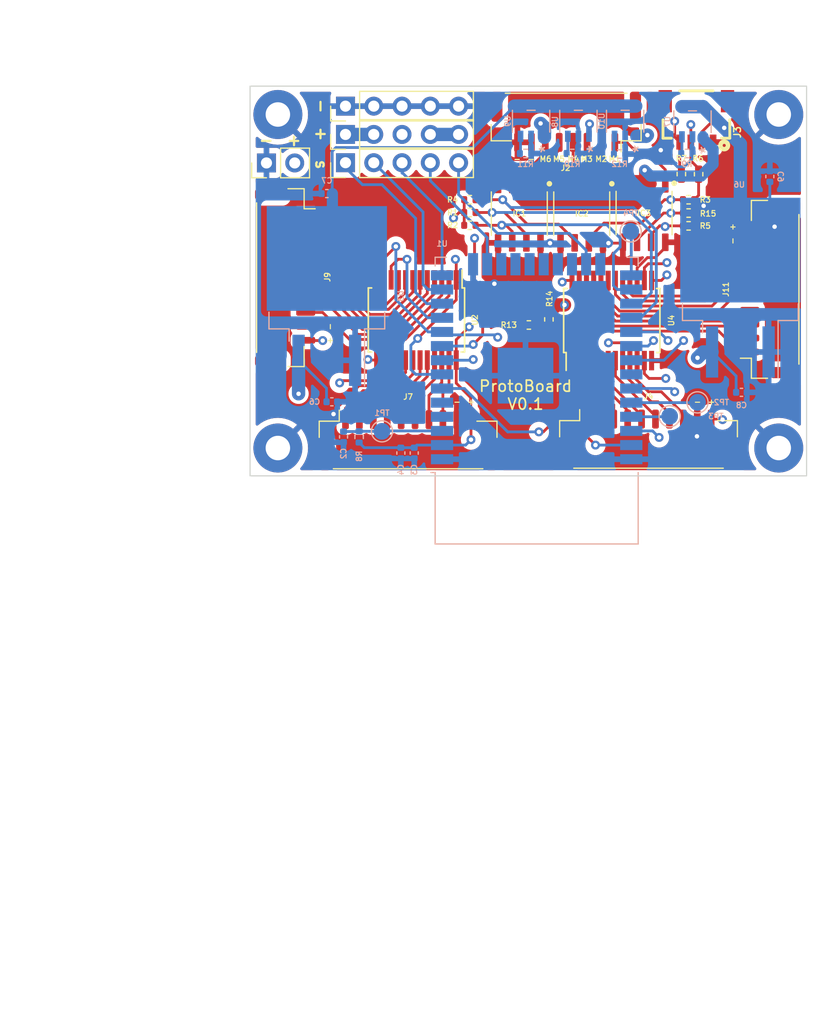
<source format=kicad_pcb>
(kicad_pcb (version 20211014) (generator pcbnew)
  (layers (0 "F.Cu" signal) (1 "In1.Cu" signal) (2 "In2.Cu" signal) (31 "B.Cu" signal) (34 "B.Paste" user) (35 "F.Paste" user) (36 "B.SilkS" user "B.Silkscreen") (37 "F.SilkS" user "F.Silkscreen") (38 "B.Mask" user) (39 "F.Mask" user) (44 "Edge.Cuts" user))
  (net 0 "")
  (net 1 "GND")
  (net 2 "+3V3")
  (net 3 "+BATT")
  (net 4 "+5V")
  (net 5 "/M5+")
  (net 6 "/M6+")
  (net 7 "/M3+")
  (net 8 "/RGB")
  (net 9 "/M4+")
  (net 10 "/M1+")
  (net 11 "/I2C_SDA")
  (net 12 "/I2C_SCL")
  (net 13 "/ButA")
  (net 14 "/ButB")
  (net 15 "/Menu")
  (net 16 "/ButJ")
  (net 17 "/ButC")
  (net 18 "/JoyX")
  (net 19 "/JoyY")
  (net 20 "/CH1")
  (net 21 "/CH2")
  (net 22 "/CH3")
  (net 23 "/CH4")
  (net 24 "/CH5")
  (net 25 "/CH6")
  (net 26 "/CH7")
  (net 27 "/CH8")
  (net 28 "/Servo1")
  (net 29 "/CH9")
  (net 30 "/CH10")
  (net 31 "/CH11")
  (net 32 "/CH12")
  (net 33 "/CH13")
  (net 34 "/CH14")
  (net 35 "/CH15")
  (net 36 "/CH16")
  (net 37 "/Servo2")
  (net 38 "/Servo3")
  (net 39 "/Servo4")
  (net 47 "/EN")
  (net 49 "/TXD0")
  (net 50 "/RXD0")
  (net 51 "/CH17")
  (net 52 "/BOOT0")
  (net 53 "/POWER3")
  (net 54 "Net-(R9-Pad2)")
  (net 55 "Net-(R10-Pad2)")
  (net 56 "Net-(R11-Pad2)")
  (net 57 "/POWER2")
  (net 58 "/POWER1")
  (net 59 "/POWER4")
  (net 60 "Net-(R12-Pad2)")
  (net 61 "/CH18")
  (net 62 "/CH19")
  (net 63 "/CH20")
  (net 64 "/CH21")
  (net 65 "/CH22")
  (net 66 "/CH23")
  (net 67 "/CH24")
  (net 68 "Net-(R13-Pad1)")
  (net 71 "/COM1")
  (net 72 "/COM2")
  (net 73 "/M2+")
  (net 74 "/SEL3")
  (net 75 "/SEL4")
  (net 76 "/SEL2")
  (net 77 "/SEL1")
  (net 78 "/Servo5")
  (net 79 "/LRA6")
  (net 80 "/LRA5")
  (net 81 "/LRA4")
  (net 82 "/LRA3")
  (net 83 "/LRA2")
  (net 84 "/LRA1")
  (footprint "Connector_JST:JST_GH_SM10B-GHS-TB_1x10-1MP_P1.25mm_Horizontal" (layer "F.Cu") (at 71.7 91.8)
    (fp_text reference "J7")
    (fp_text value "Conn_01x10_Female")
  )
  (footprint "Connector_PinHeader_2.54mm:PinHeader_1x05_P2.54mm_Vertical" (layer "F.Cu") (at 66.075 66.88 90)
    (fp_text reference "J8" hide)
    (fp_text value "Conn_01x05_Female")
  )
  (footprint "footprints:SOIC127P600X150-8" (layer "F.Cu") (at 92.9 71.4 -90)
    (fp_text reference "IC3")
    (fp_text value "L9110S")
  )
  (footprint "Resistor_SMD:R_0402_1005Metric" (layer "F.Cu") (at 96.9 72.55)
    (fp_text reference "R5")
    (fp_text value "10K")
  )
  (footprint "Connector_JST:JST_GH_SM10B-GHS-TB_1x10-1MP_P1.25mm_Horizontal" (layer "F.Cu") (at 60.65 77.2 -90)
    (fp_text reference "J9")
    (fp_text value "Conn_01x10_Female")
  )
  (footprint "footprints:SOIC127P600X150-8" (layer "F.Cu") (at 87.3 71.45 -90)
    (fp_text reference "IC2")
    (fp_text value "L9110S")
  )
  (footprint "Resistor_SMD:R_0402_1005Metric" (layer "F.Cu") (at 96.9 71.4)
    (fp_text reference "R15")
    (fp_text value "10K")
  )
  (footprint "Resistor_SMD:R_0402_1005Metric" (layer "F.Cu") (at 77.25 70.2 180)
    (fp_text reference "R4")
    (fp_text value "10K")
  )
  (footprint "Connector_JST:JST_GH_SM10B-GHS-TB_1x10-1MP_P1.25mm_Horizontal" (layer "F.Cu") (at 93.3 91.75)
    (fp_text reference "J4")
    (fp_text value "Conn_01x10_Female")
  )
  (footprint "Resistor_SMD:R_0402_1005Metric" (layer "F.Cu") (at 97.8 67.91 -90)
    (fp_text reference "R6")
    (fp_text value "10K")
  )
  (footprint "Connector_PinHeader_2.54mm:PinHeader_1x02_P2.54mm_Vertical" (layer "F.Cu") (at 58.975 66.9 90)
    (fp_text reference "J1" hide)
    (fp_text value "Conn_01x02_Female")
  )
  (footprint "Package_SO:SSOP-24_5.3x8.2mm_P0.65mm" (layer "F.Cu") (at 90 81.05 90)
    (fp_text reference "U4")
    (fp_text value "CD74HC4067SM")
  )
  (footprint "Resistor_SMD:R_0402_1005Metric" (layer "F.Cu") (at 96.9 70.2)
    (fp_text reference "R3")
    (fp_text value "10K")
  )
  (footprint "MountingHole:MountingHole_2.2mm_M2_Pad" (layer "F.Cu") (at 60 62.55)
    (fp_text reference "H1" hide)
    (fp_text value "MH")
  )
  (footprint "Connector_PinHeader_2.54mm:PinHeader_1x05_P2.54mm_Vertical" (layer "F.Cu") (at 66.075 64.34 90)
    (fp_text reference "J6" hide)
    (fp_text value "Conn_01x05_Female")
  )
  (footprint "Connector_PinHeader_2.54mm:PinHeader_1x05_P2.54mm_Vertical" (layer "F.Cu") (at 66.075 61.8 90)
    (fp_text reference "J5" hide)
    (fp_text value "Conn_01x05_Female")
  )
  (footprint "Resistor_SMD:R_0402_1005Metric" (layer "F.Cu") (at 77.25 72.5 180)
    (fp_text reference "R2")
    (fp_text value "10K")
  )
  (footprint "Resistor_SMD:R_0402_1005Metric" (layer "F.Cu") (at 96.25 67.9 -90)
    (fp_text reference "R7")
    (fp_text value "10K")
  )
  (footprint "MountingHole:MountingHole_2.2mm_M2_Pad" (layer "F.Cu") (at 60 92.5)
    (fp_text reference "H4" hide)
    (fp_text value "MH")
  )
  (footprint "Connector_JST:JST_GH_SM08B-GHS-TB_1x08-1MP_P1.25mm_Horizontal" (layer "F.Cu") (at 85.9 63.2 180)
    (fp_text reference "J2")
    (fp_text value "Conn_01x08_Female")
  )
  (footprint "Connector_JST:JST_GH_SM10B-GHS-TB_1x10-1MP_P1.25mm_Horizontal" (layer "F.Cu") (at 104.25 78.25 90)
    (fp_text reference "J11")
    (fp_text value "Conn_01x10_Female")
  )
  (footprint "Resistor_SMD:R_0402_1005Metric" (layer "F.Cu") (at 84.35 80.95 90)
    (fp_text reference "R14")
    (fp_text value "5M")
  )
  (footprint "footprints:SOIC127P600X150-8" (layer "F.Cu") (at 81.69 71.45 -90)
    (fp_text reference "IC1")
    (fp_text value "L9110S")
  )
  (footprint "Resistor_SMD:R_0402_1005Metric" (layer "F.Cu") (at 77.25 71.35 180)
    (fp_text reference "R1")
    (fp_text value "10K")
  )
  (footprint "Package_SO:SSOP-24_5.3x8.2mm_P0.65mm" (layer "F.Cu") (at 72.45 81 -90)
    (fp_text reference "U2")
    (fp_text value "CD74HC4067SM")
  )
  (footprint "Resistor_SMD:R_0402_1005Metric" (layer "F.Cu") (at 82.55 81.45 180)
    (fp_text reference "R13")
    (fp_text value "1M")
  )
  (footprint "MountingHole:MountingHole_2.2mm_M2_Pad" (layer "F.Cu") (at 105 62.55)
    (fp_text reference "H3" hide)
    (fp_text value "MH")
  )
  (footprint "Connectors:1X04_1MM_RA" (layer "F.Cu") (at 97.6 65.0263 180)
    (fp_text reference "J3")
    (fp_text value "I2C_STANDARDQWIIC" hide)
  )
  (footprint "MountingHole:MountingHole_2.2mm_M2_Pad" (layer "F.Cu") (at 105 92.5)
    (fp_text reference "H2" hide)
    (fp_text value "MH")
  )
  (footprint "Capacitor_SMD:C_0402_1005Metric" (layer "B.Cu") (at 64.85 88.35)
    (fp_text reference "C6")
    (fp_text value "10uF")
  )
  (footprint "RF_Module:ESP32-WROOM-32" (layer "B.Cu") (at 83.25 85.25)
    (fp_text reference "U1")
    (fp_text value "ESP32-WROOM-32D")
  )
  (footprint "TestPoint:TestPoint_Pad_D1.5mm" (layer "B.Cu") (at 95.2 89.65 180)
    (fp_text reference "TP3")
    (fp_text value "TestPoint")
  )
  (footprint "Capacitor_SMD:C_0402_1005Metric" (layer "B.Cu") (at 71.05 92.95 -90)
    (fp_text reference "C4")
    (fp_text value "0.1uF")
  )
  (footprint "Capacitor_SMD:C_0402_1005Metric" (layer "B.Cu") (at 101.65 87.5)
    (fp_text reference "C8")
    (fp_text value "10uF")
  )
  (footprint "TestPoint:TestPoint_Pad_D1.5mm" (layer "B.Cu") (at 97.7 88.4 180)
    (fp_text reference "TP2")
    (fp_text value "TestPoint")
  )
  (footprint "Resistor_SMD:R_0402_1005Metric" (layer "B.Cu") (at 86.45 66.05 180)
    (fp_text reference "R10")
    (fp_text value "3.4K")
  )
  (footprint "Capacitor_SMD:C_0402_1005Metric" (layer "B.Cu") (at 72.25 92.95 -90)
    (fp_text reference "C3")
    (fp_text value "22uF")
  )
  (footprint "footprints:SY6280AAC" (layer "B.Cu") (at 87 63.15 90)
    (fp_text reference "U8")
    (fp_text value "SY6280AAC" hide)
  )
  (footprint "TestPoint:TestPoint_Pad_D1.5mm" (layer "B.Cu") (at 91.7 73.05 180)
    (fp_text reference "TP4")
    (fp_text value "TestPoint")
  )
  (footprint "Capacitor_SMD:C_0402_1005Metric" (layer "B.Cu") (at 104.2 68.12 90)
    (fp_text reference "C9")
    (fp_text value "22uF")
  )
  (footprint "Resistor_SMD:R_0402_1005Metric" (layer "B.Cu") (at 90.7 66.1 180)
    (fp_text reference "R12")
    (fp_text value "6.8K")
  )
  (footprint "footprints:SY6280AAC" (layer "B.Cu") (at 91.2 63.15 90)
    (fp_text reference "U10")
    (fp_text value "SY6280AAC" hide)
  )
  (footprint "footprints:SY6280AAC" (layer "B.Cu") (at 82.75 63.15 90)
    (fp_text reference "U9")
    (fp_text value "SY6280AAC" hide)
  )
  (footprint "Resistor_SMD:R_0402_1005Metric" (layer "B.Cu") (at 67.3 91.5 90)
    (fp_text reference "R8")
    (fp_text value "10K")
  )
  (footprint "TestPoint:TestPoint_Pad_D1.5mm" (layer "B.Cu") (at 69.35 91 180)
    (fp_text reference "TP1")
    (fp_text value "TestPoint")
  )
  (footprint "Resistor_SMD:R_0402_1005Metric" (layer "B.Cu") (at 82.25 66.05 180)
    (fp_text reference "R11")
    (fp_text value "6.8K")
  )
  (footprint "Package_TO_SOT_SMD:TO-263-2" (layer "B.Cu") (at 101.55 78.1 90)
    (fp_text reference "U6")
    (fp_text value "LM1084-3.3")
  )
  (footprint "Capacitor_SMD:C_0402_1005Metric" (layer "B.Cu") (at 65.9 91.5 90)
    (fp_text reference "C2")
    (fp_text value "0.1uF")
  )
  (footprint "Package_TO_SOT_SMD:TO-263-2" (layer "B.Cu") (at 64.4 78.85 90)
    (fp_text reference "U3")
    (fp_text value "LM1084-5.0")
  )
  (footprint "Capacitor_SMD:C_0402_1005Metric" (layer "B.Cu") (at 64.4 69.65 180)
    (fp_text reference "C7")
    (fp_text value "22uF")
  )
  (footprint "Resistor_SMD:R_0402_1005Metric" (layer "B.Cu") (at 96.75 66.05 180)
    (fp_text reference "R9")
    (fp_text value "1.7K")
  )
  (footprint "footprints:SY6280AAC" (layer "B.Cu") (at 97.25 63.2 90)
    (fp_text reference "U7")
    (fp_text value "SY6280AAC" hide)
  )
  (gr_rect (start 57.5 60) (end 107.5 95) (layer "Edge.Cuts") (width 0.1) (fill none))
  (gr_text "+" (at 61.45 64.85) (layer "F.SilkS") (effects (font (size 1 1) (thickness 0.2))))
  (gr_text "+" (at 100.85 72.65 90) (layer "F.SilkS") (effects (font (size 0.5 0.5) (thickness 0.1))))
  (gr_text "+" (at 98.95 88.35) (layer "F.SilkS") (effects (font (size 0.5 0.5) (thickness 0.1))))
  (gr_text "-" (at 81.5 66.55) (layer "F.SilkS") (effects (font (size 0.5 0.5) (thickness 0.1))))
  (gr_text "M3" (at 87.75 66.55) (layer "F.SilkS") (effects (font (size 0.5 0.5) (thickness 0.1))))
  (gr_text "+" (at 63.9 64.3 270) (layer "F.SilkS") (effects (font (size 1 1) (thickness 0.2))))
  (gr_text "-" (at 97.7 88.35) (layer "F.SilkS") (effects (font (size 0.5 0.5) (thickness 0.1))))
  (gr_text "-" (at 63.9 61.8 270) (layer "F.SilkS") (effects (font (size 1 1) (thickness 0.2))))
  (gr_text "s" (at 63.9 67.05 270) (layer "F.SilkS") (effects (font (size 1 1) (thickness 0.2))))
  (gr_text "+" (at 77.35 88.35) (layer "F.SilkS") (effects (font (size 0.5 0.5) (thickness 0.1))))
  (gr_text "M6" (at 84.05 66.55) (layer "F.SilkS") (effects (font (size 0.5 0.5) (thickness 0.1))))
  (gr_text "ProtoBoard\nV0.1" (at 82.25 87.75) (layer "F.SilkS") (effects (font (size 1 1))))
  (gr_text "-" (at 58.95 64.85) (layer "F.SilkS") (effects (font (size 1 1) (thickness 0.2))))
  (gr_text "+" (at 64.75 82.85 270) (layer "F.SilkS") (effects (font (size 0.5 0.5) (thickness 0.1))))
  (gr_text "-" (at 76.1 88.35) (layer "F.SilkS") (effects (font (size 0.5 0.5) (thickness 0.1))))
  (gr_text "M1" (at 90.25 66.55) (layer "F.SilkS") (effects (font (size 0.5 0.5) (thickness 0.1))))
  (gr_text "-" (at 64.75 81.6 270) (layer "F.SilkS") (effects (font (size 0.5 0.5) (thickness 0.1))))
  (gr_text "-" (at 100.85 73.9 90) (layer "F.SilkS") (effects (font (size 0.5 0.5) (thickness 0.1))))
  (gr_text "M5\n" (at 85.25 66.55) (layer "F.SilkS") (effects (font (size 0.5 0.5) (thickness 0.1))))
  (gr_text "M4" (at 86.55 66.55) (layer "F.SilkS") (effects (font (size 0.5 0.5) (thickness 0.1))))
  (gr_text "-" (at 82.75 66.55) (layer "F.SilkS") (effects (font (size 0.5 0.5) (thickness 0.1))))
  (gr_text "M2" (at 89.05 66.55) (layer "F.SilkS") (effects (font (size 0.5 0.5) (thickness 0.1))))
  (segment (start 70.175 84.6) (end 70.175 85.675) (width 0.25) (layer "F.Cu") (net 1))
  (segment (start 92.275 76.325) (end 93.2 75.4) (width 0.25) (layer "F.Cu") (net 1))
  (segment (start 84.45 74.1) (end 85.3696 74.1) (width 0.25) (layer "F.Cu") (net 1))
  (segment (start 89.7002 74.1) (end 90.9196 74.1) (width 0.25) (layer "F.Cu") (net 1))
  (segment (start 97.65 89.925) (end 97.675 89.9) (width 0.25) (layer "F.Cu") (net 1))
  (segment (start 94.805 74.495) (end 94.805 74.0246) (width 0.25) (layer "F.Cu") (net 1))
  (segment (start 90.9196 74.1) (end 90.995 74.0246) (width 0.25) (layer "F.Cu") (net 1))
  (segment (start 79.785 77.415) (end 79.45 77.75) (width 0.25) (layer "F.Cu") (net 1))
  (segment (start 68.950479 86.89952) (end 67.30048 86.89952) (width 0.25) (layer "F.Cu") (net 1))
  (segment (start 97.65 91.45) (end 97.65 89.925) (width 0.25) (layer "F.Cu") (net 1))
  (segment (start 89.205 74.0746) (end 89.6748 74.0746) (width 0.25) (layer "F.Cu") (net 1))
  (segment (start 92.275 77.45) (end 92.275 76.325) (width 0.25) (layer "F.Cu") (net 1))
  (segment (start 83.595 74.0746) (end 84.4246 74.0746) (width 0.25) (layer "F.Cu") (net 1))
  (segment (start 70.175 85.675) (end 68.950479 86.89952) (width 0.25) (layer "F.Cu") (net 1))
  (segment (start 85.3696 74.1) (end 85.395 74.0746) (width 0.25) (layer "F.Cu") (net 1))
  (segment (start 93.2 75.4) (end 93.9 75.4) (width 0.25) (layer "F.Cu") (net 1))
  (segment (start 65 89.2) (end 65 89.45) (width 0.25) (layer "F.Cu") (net 1))
  (segment (start 93.9 75.4) (end 94.805 74.495) (width 0.25) (layer "F.Cu") (net 1))
  (segment (start 84.4246 74.0746) (end 84.45 74.1) (width 0.25) (layer "F.Cu") (net 1))
  (segment (start 67.30048 86.89952) (end 65 89.2) (width 0.25) (layer "F.Cu") (net 1))
  (segment (start 79.785 74.0746) (end 79.785 77.415) (width 0.25) (layer "F.Cu") (net 1))
  (segment (start 89.6748 74.0746) (end 89.7002 74.1) (width 0.25) (layer "F.Cu") (net 1))
  (via (at 79.45 77.75) (size 0.8) (drill 0.4) (layers "F.Cu" "B.Cu") (net 1))
  (via (at 89.7002 74.1) (size 0.8) (drill 0.4) (layers "F.Cu" "B.Cu") (net 1))
  (via (at 97.65 91.45) (size 0.8) (drill 0.4) (layers "F.Cu" "B.Cu") (net 1))
  (via (at 65 89.45) (size 0.8) (drill 0.4) (layers "F.Cu" "B.Cu") (net 1))
  (via (at 94.4 65.75) (size 0.8) (drill 0.4) (layers "F.Cu" "B.Cu") (net 1))
  (via (at 84.45 74.1) (size 0.8) (drill 0.4) (layers "F.Cu" "B.Cu") (net 1))
  (segment (start 87 64.5026) (end 87 66.01) (width 0.25) (layer "B.Cu") (net 1))
  (segment (start 91.2 66.09) (end 91.21 66.1) (width 0.25) (layer "B.Cu") (net 1))
  (segment (start 77.535 77.245) (end 78.04 77.75) (width 0.25) (layer "B.Cu") (net 1))
  (segment (start 87 66.01) (end 86.96 66.05) (width 0.25) (layer "B.Cu") (net 1))
  (segment (start 97.25 66.04) (end 97.26 66.05) (width 0.25) (layer "B.Cu") (net 1))
  (segment (start 82.75 64.5026) (end 82.75 66.04) (width 0.25) (layer "B.Cu") (net 1))
  (segment (start 96.5 67.25) (end 95.9 67.25) (width 0.25) (layer "B.Cu") (net 1))
  (segment (start 65.33 88.35) (end 65.33 89.12) (width 0.25) (layer "B.Cu") (net 1))
  (segment (start 97.26 66.49) (end 96.5 67.25) (width 0.25) (layer "B.Cu") (net 1))
  (segment (start 82.75 66.04) (end 82.76 66.05) (width 0.25) (layer "B.Cu") (net 1))
  (segment (start 77.535 75.995) (end 77.535 77.245) (width 0.25) (layer "B.Cu") (net 1))
  (segment (start 91.2 64.5026) (end 91.2 66.09) (width 0.25) (layer "B.Cu") (net 1))
  (segment (start 97.26 66.05) (end 97.26 66.49) (width 0.25) (layer "B.Cu") (net 1))
  (segment (start 95.9 67.25) (end 94.4 65.75) (width 0.25) (layer "B.Cu") (net 1))
  (segment (start 97.25 64.5526) (end 97.25 66.04) (width 0.25) (layer "B.Cu") (net 1))
  (segment (start 78.04 77.75) (end 79.45 77.75) (width 0.25) (layer "B.Cu") (net 1))
  (segment (start 65.33 89.12) (end 65 89.45) (width 0.25) (layer "B.Cu") (net 1))
  (segment (start 64.0255 82.85) (end 62.525 82.85) (width 0.25) (layer "F.Cu") (net 2))
  (segment (start 97.41 72.55) (end 97.41 71.4) (width 0.25) (layer "F.Cu") (net 2))
  (segment (start 85.694502 77.45) (end 85.55 77.594502) (width 0.25) (layer "F.Cu") (net 2))
  (segment (start 99.75 63.3) (end 100.101 63.6513) (width 0.25) (layer "F.Cu") (net 2))
  (segment (start 99.9 89.9) (end 99.95 89.95) (width 0.25) (layer "F.Cu") (net 2))
  (segment (start 98.0978 65.0263) (end 98.0978 64.1019) (width 0.25) (layer "F.Cu") (net 2))
  (segment (start 102.4227 72.625) (end 104.625 72.625) (width 0.25) (layer "F.Cu") (net 2))
  (segment (start 97.8 69.81) (end 97.41 70.2) (width 0.25) (layer "F.Cu") (net 2))
  (segment (start 96.25 68.41) (end 96.89 68.41) (width 0.25) (layer "F.Cu") (net 2))
  (segment (start 76.74 70.2) (end 76.74 71.35) (width 0.25) (layer "F.Cu") (net 2))
  (segment (start 100.101 63.6513) (end 100.101 63.7487) (width 0.25) (layer "F.Cu") (net 2))
  (segment (start 97.4 68.41) (end 97.41 68.42) (width 0.25) (layer "F.Cu") (net 2))
  (segment (start 98.925 89.9) (end 99.9 89.9) (width 0.25) (layer "F.Cu") (net 2))
  (segment (start 86.425 77.45) (end 85.694502 77.45) (width 0.25) (layer "F.Cu") (net 2))
  (segment (start 97.57 70.75) (end 97.41 70.91) (width 0.25) (layer "F.Cu") (net 2))
  (segment (start 97.8 68.42) (end 97.8 69.81) (width 0.25) (layer "F.Cu") (net 2))
  (segment (start 97.41 70.91) (end 97.41 71.4) (width 0.25) (layer "F.Cu") (net 2))
  (segment (start 77.325 89.95) (end 77.325 87.975) (width 0.25) (layer "F.Cu") (net 2))
  (segment (start 76.2825 71.35) (end 75.7825 71.85) (width 0.25) (layer "F.Cu") (net 2))
  (segment (start 77.35 89.975) (end 77.325 89.95) (width 0.25) (layer "F.Cu") (net 2))
  (segment (start 76.74 71.35) (end 76.74 72.5) (width 0.25) (layer "F.Cu") (net 2))
  (segment (start 76.025 86.675) (end 77.325 87.975) (width 0.25) (layer "F.Cu") (net 2))
  (segment (start 77.35 91.75) (end 77.35 89.975) (width 0.25) (layer "F.Cu") (net 2))
  (segment (start 98.8998 63.3) (end 99.75 63.3) (width 0.25) (layer "F.Cu") (net 2))
  (segment (start 97.41 70.2) (end 97.41 70.91) (width 0.25) (layer "F.Cu") (net 2))
  (segment (start 98.25 70.75) (end 97.57 70.75) (width 0.25) (layer "F.Cu") (net 2))
  (segment (start 76.025 84.6) (end 76.025 82.775) (width 0.25) (layer "F.Cu") (net 2))
  (segment (start 97.41 68.42) (end 97.8 68.42) (width 0.25) (layer "F.Cu") (net 2))
  (segment (start 76.025 82.775) (end 77.1848 81.6152) (width 0.25) (layer "F.Cu") (net 2))
  (segment (start 76.025 84.6) (end 76.025 86.675) (width 0.25) (layer "F.Cu") (net 2))
  (segment (start 62.525 82.85) (end 62.5 82.825) (width 0.25) (layer "F.Cu") (net 2))
  (segment (start 98.0978 64.1019) (end 98.8998 63.3) (width 0.25) (layer "F.Cu") (net 2))
  (segment (start 96.89 68.41) (end 97.4 68.41) (width 0.25) (layer "F.Cu") (net 2))
  (segment (start 76.74 71.35) (end 76.2825 71.35) (width 0.25) (layer "F.Cu") (net 2))
  (via (at 64.0255 82.85) (size 0.8) (drill 0.4) (layers "F.Cu" "B.Cu") (net 2))
  (via (at 104.625 72.625) (size 0.8) (drill 0.4) (layers "F.Cu" "B.Cu") (net 2))
  (via (at 77.1848 81.6152) (size 0.8) (drill 0.4) (layers "F.Cu" "B.Cu") (net 2))
  (via (at 75.7825 71.85) (size 0.8) (drill 0.4) (layers "F.Cu" "B.Cu") (net 2))
  (via (at 100.101 63.7487) (size 0.8) (drill 0.4) (layers "F.Cu" "B.Cu") (net 2))
  (via (at 77.35 91.75) (size 0.8) (drill 0.4) (layers "F.Cu" "B.Cu") (net 2))
  (via (at 85.55 77.594502) (size 0.8) (drill 0.4) (layers "F.Cu" "B.Cu") (net 2))
  (via (at 99.95 89.95) (size 0.8) (drill 0.4) (layers "F.Cu" "B.Cu") (net 2))
  (via (at 98.25 70.75) (size 0.8) (drill 0.4) (layers "F.Cu" "B.Cu") (net 2))
  (segment (start 72.485 92.235) (end 72.25 92.47) (width 0.25) (layer "B.Cu") (net 2))
  (segment (start 101.55 74.725) (end 101.55 65.1974) (width 1.2) (layer "B.Cu") (net 2))
  (segment (start 76.865 92.235) (end 77.35 91.75) (width 0.25) (layer "B.Cu") (net 2))
  (segment (start 104.2 72.075) (end 102.875 73.4) (width 0.25) (layer "B.Cu") (net 2))
  (segment (start 102.875 73.4) (end 101.55 74.725) (width 0.25) (layer "B.Cu") (net 2))
  (segment (start 67.76 92.47) (end 67.3 92.01) (width 0.25) (layer "B.Cu") (net 2))
  (segment (start 74.75 92.235) (end 72.485 92.235) (width 0.25) (layer "B.Cu") (net 2))
  (segment (start 74.75 92.235) (end 76.865 92.235) (width 0.25) (layer "B.Cu") (net 2))
  (segment (start 71.05 92.47) (end 72.25 92.47) (width 0.25) (layer "B.Cu") (net 2))
  (segment (start 100.101 63.7487) (end 98.2 61.8474) (width 1.2) (layer "B.Cu") (net 2))
  (segment (start 104.2 68.6) (end 104.2 72.075) (width 0.25) (layer "B.Cu") (net 2))
  (segment (start 101.55 65.1974) (end 100.101 63.7487) (width 1.2) (layer "B.Cu") (net 2))
  (segment (start 71.05 92.47) (end 67.76 92.47) (width 0.25) (layer "B.Cu") (net 2))
  (segment (start 98.2 61.8474) (end 96.3 61.8474) (width 1.2) (layer "B.Cu") (net 2))
  (segment (start 85.041 79.65) (end 84.3005 80.3905) (width 1.2) (layer "F.Cu") (net 3))
  (segment (start 84.3005 80.3905) (end 84.35 80.3905) (width 1.2) (layer "F.Cu") (net 3))
  (segment (start 85.75 79.65) (end 85.041 79.65) (width 1.2) (layer "F.Cu") (net 3))
  (via (at 61.86 87.63) (size 0.8) (drill 0.4) (layers "F.Cu" "B.Cu") (net 3))
  (via (at 85.75 79.65) (size 0.8) (drill 0.4) (layers "F.Cu" "B.Cu") (net 3))
  (via (at 97.7 84.4) (size 0.8) (drill 0.4) (layers "F.Cu" "B.Cu") (net 3))
  (segment (start 99.01 83.875) (end 98.225 83.875) (width 1.2) (layer "B.Cu") (net 3))
  (segment (start 101.17 87.5) (end 101.17 86.035) (width 0.25) (layer "B.Cu") (net 3))
  (segment (start 64.37 88.35) (end 64.37 87.135) (width 0.25) (layer "B.Cu") (net 3))
  (segment (start 101.17 86.035) (end 99.01 83.875) (width 0.25) (layer "B.Cu") (net 3))
  (segment (start 98.225 83.875) (end 97.7 84.4) (width 1.2) (layer "B.Cu") (net 3))
  (segment (start 61.86 84.625) (end 61.86 87.63) (width 1.2) (layer "B.Cu") (net 3))
  (segment (start 64.37 87.135) (end 61.86 84.625) (width 0.25) (layer "B.Cu") (net 3))
  (segment (start 64.4 75.475) (end 64.8995 74.9755) (width 1) (layer "B.Cu") (net 4))
  (segment (start 65.2171 65.5154) (end 64.88 65.8525) (width 0.25) (layer "B.Cu") (net 4))
  (segment (start 64.88 72.2932) (end 64.88 69.65) (width 0.25) (layer "B.Cu") (net 4))
  (segment (start 64.88 65.8525) (end 64.88 69.65) (width 0.25) (layer "B.Cu") (net 4))
  (segment (start 87.95 61.7974) (end 86.05 61.7974) (width 1.2) (layer "B.Cu") (net 4))
  (segment (start 92.15 61.7974) (end 90.25 61.7974) (width 1.2) (layer "B.Cu") (net 4))
  (segment (start 86.05 61.7974) (end 83.7 61.7974) (width 1.2) (layer "B.Cu") (net 4))
  (segment (start 77.5346 65.5154) (end 65.2171 65.5154) (width 0.25) (layer "B.Cu") (net 4))
  (segment (start 83.7 61.7974) (end 81.8 61.7974) (width 1.2) (layer "B.Cu") (net 4))
  (segment (start 64.8995 72.3127) (end 64.88 72.2932) (width 0.25) (layer "B.Cu") (net 4))
  (segment (start 81.2526 61.7974) (end 77.5346 65.5154) (width 0.25) (layer "B.Cu") (net 4))
  (segment (start 81.8 61.7974) (end 81.2526 61.7974) (width 1.2) (layer "B.Cu") (net 4))
  (segment (start 90.25 61.7974) (end 87.95 61.7974) (width 1.2) (layer "B.Cu") (net 4))
  (segment (start 64.8995 74.9755) (end 64.8995 72.3127) (width 1) (layer "B.Cu") (net 4))
  (segment (start 64.8995 72.3127) (end 64.8995 69.65) (width 1) (layer "B.Cu") (net 4))
  (segment (start 85.275 65.05) (end 85.275 65.725) (width 0.25) (layer "F.Cu") (net 5))
  (segment (start 83.595 67.405) (end 83.595 68.8254) (width 0.25) (layer "F.Cu") (net 5))
  (segment (start 85.275 65.725) (end 83.595 67.405) (width 0.25) (layer "F.Cu") (net 5))
  (segment (start 82.65 67.35) (end 84.025 65.975) (width 0.25) (layer "F.Cu") (net 6))
  (segment (start 79.785 68.215) (end 80.65 67.35) (width 0.25) (layer "F.Cu") (net 6))
  (segment (start 79.785 68.8254) (end 79.785 68.215) (width 0.25) (layer "F.Cu") (net 6))
  (segment (start 80.65 67.35) (end 82.65 67.35) (width 0.25) (layer "F.Cu") (net 6))
  (segment (start 84.025 65.975) (end 84.025 65.05) (width 0.25) (layer "F.Cu") (net 6))
  (segment (start 89.205 67.955) (end 87.775 66.525) (width 0.25) (layer "F.Cu") (net 7))
  (segment (start 89.205 68.8254) (end 89.205 67.955) (width 0.25) (layer "F.Cu") (net 7))
  (segment (start 87.775 66.525) (end 87.775 65.05) (width 0.25) (layer "F.Cu") (net 7))
  (segment (start 87.65 91.35) (end 88.535 92.235) (width 0.25) (layer "F.Cu") (net 8))
  (segment (start 87.65 89.925) (end 87.675 89.9) (width 0.25) (layer "F.Cu") (net 8))
  (segment (start 87.65 91.35) (end 87.65 89.925) (width 0.25) (layer "F.Cu") (net 8))
  (via (at 88.535 92.235) (size 0.8) (drill 0.4) (layers "F.Cu" "B.Cu") (net 8))
  (segment (start 91.75 92.235) (end 88.535 92.235) (width 0.25) (layer "B.Cu") (net 8))
  (segment (start 86.525 66.865) (end 85.395 67.995) (width 0.25) (layer "F.Cu") (net 9))
  (segment (start 85.395 67.995) (end 85.395 68.8254) (width 0.25) (layer "F.Cu") (net 9))
  (segment (start 86.525 65.05) (end 86.525 66.865) (width 0.25) (layer "F.Cu") (net 9))
  (segment (start 92.15 65.85) (end 93.15 65.85) (width 0.25) (layer "F.Cu") (net 10))
  (segment (start 90.275 65.05) (end 91.35 65.05) (width 0.25) (layer "F.Cu") (net 10))
  (segment (start 93.15 65.85) (end 94.805 67.505) (width 0.25) (layer "F.Cu") (net 10))
  (segment (start 91.35 65.05) (end 92.15 65.85) (width 0.25) (layer "F.Cu") (net 10))
  (segment (start 94.805 67.505) (end 94.805 68.7754) (width 0.25) (layer "F.Cu") (net 10))
  (segment (start 97.1022 63.4536) (end 97.1 63.4514) (width 0.25) (layer "F.Cu") (net 11))
  (segment (start 97.1022 65.0263) (end 97.1022 63.4536) (width 0.25) (layer "F.Cu") (net 11))
  (segment (start 97.1022 66.7022) (end 97.8 67.4) (width 0.25) (layer "F.Cu") (net 11))
  (segment (start 97.1022 65.0263) (end 97.1022 66.7022) (width 0.25) (layer "F.Cu") (net 11))
  (via (at 95.65 87.45) (size 0.8) (drill 0.4) (layers "F.Cu" "B.Cu") (net 11))
  (via (at 97.1 63.4514) (size 0.8) (drill 0.4) (layers "F.Cu" "B.Cu") (net 11))
  (segment (start 91.75 87.155) (end 95.355 87.155) (width 0.25) (layer "B.Cu") (net 11))
  (segment (start 95.355 87.155) (end 95.65 87.45) (width 0.25) (layer "B.Cu") (net 11))
  (segment (start 96.1014 65.0263) (end 96.1014 67.2414) (width 0.25) (layer "F.Cu") (net 12))
  (segment (start 96.1014 67.2414) (end 96.25 67.39) (width 0.25) (layer "F.Cu") (net 12))
  (segment (start 95.65 64.5749) (end 96.1014 65.0263) (width 0.25) (layer "F.Cu") (net 12))
  (segment (start 95.65 63.15) (end 95.65 64.5749) (width 0.25) (layer "F.Cu") (net 12))
  (via (at 95.65 63.15) (size 0.8) (drill 0.4) (layers "F.Cu" "B.Cu") (net 12))
  (via (at 94.25 91.55) (size 0.8) (drill 0.4) (layers "F.Cu" "B.Cu") (net 12))
  (segment (start 93.665 90.965) (end 94.25 91.55) (width 0.25) (layer "B.Cu") (net 12))
  (segment (start 91.75 90.965) (end 93.665 90.965) (width 0.25) (layer "B.Cu") (net 12))
  (segment (start 88.925 88.125) (end 88.925 89.9) (width 0.25) (layer "F.Cu") (net 13))
  (segment (start 87.725 86.925) (end 88.925 88.125) (width 0.25) (layer "F.Cu") (net 13))
  (segment (start 87.725 84.65) (end 87.725 86.925) (width 0.25) (layer "F.Cu") (net 13))
  (segment (start 89.025 86.725) (end 91.425 89.125) (width 0.25) (layer "F.Cu") (net 14))
  (segment (start 91.425 89.125) (end 91.425 89.9) (width 0.25) (layer "F.Cu") (net 14))
  (segment (start 89.025 84.65) (end 89.025 86.725) (width 0.25) (layer "F.Cu") (net 14))
  (segment (start 90.175 88.625) (end 90.175 89.9) (width 0.25) (layer "F.Cu") (net 15))
  (segment (start 88.375 86.825) (end 90.175 88.625) (width 0.25) (layer "F.Cu") (net 15))
  (segment (start 88.375 84.65) (end 88.375 86.825) (width 0.25) (layer "F.Cu") (net 15))
  (segment (start 93.925 89.9) (end 93.925 89.6289) (width 0.25) (layer "F.Cu") (net 16))
  (segment (start 93.925 89.6289) (end 90.325 86.0289) (width 0.25) (layer "F.Cu") (net 16))
  (segment (start 90.325 86.0289) (end 90.325 84.65) (width 0.25) (layer "F.Cu") (net 16))
  (segment (start 92.675 89.575) (end 89.675 86.575) (width 0.25) (layer "F.Cu") (net 17))
  (segment (start 89.675 86.575) (end 89.675 84.65) (width 0.25) (layer "F.Cu") (net 17))
  (segment (start 92.675 89.9) (end 92.675 89.575) (width 0.25) (layer "F.Cu") (net 17))
  (segment (start 93.3 87.45) (end 94.45 87.45) (width 0.25) (layer "F.Cu") (net 18))
  (segment (start 91.625 85.775) (end 93.3 87.45) (width 0.25) (layer "F.Cu") (net 18))
  (segment (start 96.425 89.425) (end 96.425 89.9) (width 0.25) (layer "F.Cu") (net 18))
  (segment (start 91.625 84.65) (end 91.625 85.775) (width 0.25) (layer "F.Cu") (net 18))
  (segment (start 94.45 87.45) (end 96.425 89.425) (width 0.25) (layer "F.Cu") (net 18))
  (segment (start 90.975 85.775) (end 90.975 84.65) (width 0.25) (layer "F.Cu") (net 19))
  (segment (start 95.175 89.9) (end 95.175 89.375) (width 0.25) (layer "F.Cu") (net 19))
  (segment (start 93.55 88.35) (end 90.975 85.775) (width 0.25) (layer "F.Cu") (net 19))
  (segment (start 95.175 89.375) (end 94.15 88.35) (width 0.25) (layer "F.Cu") (net 19))
  (segment (start 94.15 88.35) (end 93.55 88.35) (width 0.25) (layer "F.Cu") (net 19))
  (segment (start 67.892906 78.85) (end 68.644346 79.60144) (width 0.25) (layer "F.Cu") (net 20))
  (segment (start 63.775 71.575) (end 67.15 74.95) (width 0.25) (layer "F.Cu") (net 20))
  (segment (start 67.15 78.1071) (end 67.8929 78.85) (width 0.25) (layer "F.Cu") (net 20))
  (segment (start 62.5 71.575) (end 63.775 71.575) (width 0.25) (layer "F.Cu") (net 20))
  (segment (start 67.15 74.95) (end 67.15 78.1071) (width 0.25) (layer "F.Cu") (net 20))
  (segment (start 67.8929 78.85) (end 67.892906 78.85) (width 0.25) (layer "F.Cu") (net 20))
  (segment (start 70.825 78.525) (end 70.825 77.4) (width 0.25) (layer "F.Cu") (net 20))
  (segment (start 69.74856 79.60144) (end 70.825 78.525) (width 0.25) (layer "F.Cu") (net 20))
  (segment (start 68.644346 79.60144) (end 69.74856 79.60144) (width 0.25) (layer "F.Cu") (net 20))
  (segment (start 62.5 72.825) (end 64.125 72.825) (width 0.25) (layer "F.Cu") (net 21))
  (segment (start 69.934758 80.05096) (end 71.475 78.510718) (width 0.25) (layer "F.Cu") (net 21))
  (segment (start 66.70048 78.293342) (end 66.753569 78.346431) (width 0.25) (layer "F.Cu") (net 21))
  (segment (start 64.125 72.825) (end 66.70048 75.40048) (width 0.25) (layer "F.Cu") (net 21))
  (segment (start 71.475 78.510718) (end 71.475 77.4) (width 0.25) (layer "F.Cu") (net 21))
  (segment (start 66.70048 75.40048) (end 66.70048 78.293342) (width 0.25) (layer "F.Cu") (net 21))
  (segment (start 67.753594 79.346406) (end 68.458148 80.05096) (width 0.25) (layer "F.Cu") (net 21))
  (segment (start 66.753569 78.346431) (end 67.753594 79.346406) (width 0.25) (layer "F.Cu") (net 21))
  (segment (start 68.458148 80.05096) (end 69.934758 80.05096) (width 0.25) (layer "F.Cu") (net 21))
  (segment (start 68.271912 80.50048) (end 70.120956 80.50048) (width 0.25) (layer "F.Cu") (net 22))
  (segment (start 67.285722 79.514278) (end 67.621432 79.85) (width 0.25) (layer "F.Cu") (net 22))
  (segment (start 67.621432 79.85) (end 68.271912 80.50048) (width 0.25) (layer "F.Cu") (net 22))
  (segment (start 66.25 78.47858) (end 67.285699 79.514278) (width 0.25) (layer "F.Cu") (net 22))
  (segment (start 62.5 74.075) (end 64.575 74.075) (width 0.25) (layer "F.Cu") (net 22))
  (segment (start 70.120956 80.50048) (end 72.125 78.496435) (width 0.25) (layer "F.Cu") (net 22))
  (segment (start 72.125 78.496435) (end 72.125 77.4) (width 0.25) (layer "F.Cu") (net 22))
  (segment (start 67.285699 79.514278) (end 67.285722 79.514278) (width 0.25) (layer "F.Cu") (net 22))
  (segment (start 66.25 75.75) (end 66.25 78.47858) (width 0.25) (layer "F.Cu") (net 22))
  (segment (start 64.575 74.075) (end 66.25 75.75) (width 0.25) (layer "F.Cu") (net 22))
  (segment (start 65.189282 75.325) (end 62.5 75.325) (width 0.25) (layer "F.Cu") (net 23))
  (segment (start 70.45 80.95) (end 68.085703 80.95) (width 0.25) (layer "F.Cu") (net 23))
  (segment (start 65.782141 78.646438) (end 65.782141 75.917859) (width 0.25) (layer "F.Cu") (net 23))
  (segment (start 72.775 78.625) (end 70.45 80.95) (width 0.25) (layer "F.Cu") (net 23))
  (segment (start 72.775 77.4) (end 72.775 78.625) (width 0.25) (layer "F.Cu") (net 23))
  (segment (start 68.085703 80.95) (end 65.782141 78.646438) (width 0.25) (layer "F.Cu") (net 23))
  (segment (start 65.782141 75.917859) (end 65.189282 75.325) (width 0.25) (layer "F.Cu") (net 23))
  (segment (start 65.3 78.8) (end 67.900478 81.40048) (width 0.25) (layer "F.Cu") (net 24))
  (segment (start 62.5 76.575) (end 63.975 76.575) (width 0.25) (layer "F.Cu") (net 24))
  (segment (start 73.425 78.610718) (end 73.425 77.4) (width 0.25) (layer "F.Cu") (net 24))
  (segment (start 65.3 77.9) (end 65.3 78.8) (width 0.25) (layer "F.Cu") (net 24))
  (segment (start 70.635237 81.40048) (end 73.425 78.610718) (width 0.25) (layer "F.Cu") (net 24))
  (segment (start 63.975 76.575) (end 65.3 77.9) (width 0.25) (layer "F.Cu") (net 24))
  (segment (start 67.900478 81.40048) (end 70.635237 81.40048) (width 0.25) (layer "F.Cu") (net 24))
  (segment (start 64.775 79.025) (end 67.6 81.85) (width 0.25) (layer "F.Cu") (net 25))
  (segment (start 62.5 77.825) (end 64.025 77.825) (width 0.25) (layer "F.Cu") (net 25))
  (segment (start 64.775 78.575) (end 64.775 79.025) (width 0.25) (layer "F.Cu") (net 25))
  (segment (start 64.025 77.825) (end 64.775 78.575) (width 0.25) (layer "F.Cu") (net 25))
  (segment (start 67.6 81.85) (end 70.85 81.85) (width 0.25) (layer "F.Cu") (net 25))
  (segment (start 74.075 78.625) (end 74.075 77.4) (width 0.25) (layer "F.Cu") (net 25))
  (segment (start 70.85 81.85) (end 74.075 78.625) (width 0.25) (layer "F.Cu") (net 25))
  (segment (start 66.392875 81.507125) (end 65.9929 81.1071) (width 0.25) (layer "F.Cu") (net 26))
  (segment (start 74.725 77.4) (end 74.725 78.775) (width 0.25) (layer "F.Cu") (net 26))
  (segment (start 67.18623 82.30048) (end 66.392875 81.507125) (width 0.25) (layer "F.Cu") (net 26))
  (segment (start 74.725 78.775) (end 71.19952 82.30048) (width 0.25) (layer "F.Cu") (net 26))
  (segment (start 63.9607 79.075) (end 62.5 79.075) (width 0.25) (layer "F.Cu") (net 26))
  (segment (start 71.19952 82.30048) (end 67.18623 82.30048) (width 0.25) (layer "F.Cu") (net 26))
  (segment (start 66.1862 81.3005) (end 63.9607 79.075) (width 0.25) (layer "F.Cu") (net 26))
  (segment (start 66.45 82.75) (end 71.45 82.75) (width 0.25) (layer "F.Cu") (net 27))
  (segment (start 75.375 78.825) (end 75.375 77.4) (width 0.25) (layer "F.Cu") (net 27))
  (segment (start 71.45 82.75) (end 75.375 78.825) (width 0.25) (layer "F.Cu") (net 27))
  (segment (start 64.025 80.325) (end 66.45 82.75) (width 0.25) (layer "F.Cu") (net 27))
  (segment (start 62.5 80.325) (end 64.025 80.325) (width 0.25) (layer "F.Cu") (net 27))
  (segment (start 74.75 79.535) (end 73.385 79.535) (width 0.25) (layer "B.Cu") (net 28))
  (segment (start 69.35 68.85) (end 67.6 68.85) (width 0.25) (layer "B.Cu") (net 28))
  (segment (start 67.6 68.85) (end 66.075 67.325) (width 0.25) (layer "B.Cu") (net 28))
  (segment (start 72.375 78.525) (end 72.375 71.875) (width 0.25) (layer "B.Cu") (net 28))
  (segment (start 72.375 71.875) (end 69.35 68.85) (width 0.25) (layer "B.Cu") (net 28))
  (segment (start 66.075 67.325) (end 66.075 66.88) (width 0.25) (layer "B.Cu") (net 28))
  (segment (start 73.385 79.535) (end 72.375 78.525) (width 0.25) (layer "B.Cu") (net 28))
  (segment (start 75.375 84.6) (end 75.375 87.025) (width 0.25) (layer "F.Cu") (net 29))
  (segment (start 74.825 89.95) (end 74.825 87.575) (width 0.25) (layer "F.Cu") (net 29))
  (segment (start 74.825 87.575) (end 75.375 87.025) (width 0.25) (layer "F.Cu") (net 29))
  (segment (start 74.725 84.6) (end 74.725 86.625) (width 0.25) (layer "F.Cu") (net 30))
  (segment (start 73.575 89.95) (end 73.575 87.775) (width 0.25) (layer "F.Cu") (net 30))
  (segment (start 73.575 87.775) (end 74.725 86.625) (width 0.25) (layer "F.Cu") (net 30))
  (segment (start 74.075 86.325) (end 74.075 84.6) (width 0.25) (layer "F.Cu") (net 31))
  (segment (start 72.325 88.075) (end 74.075 86.325) (width 0.25) (layer "F.Cu") (net 31))
  (segment (start 72.325 89.95) (end 72.325 88.075) (width 0.25) (layer "F.Cu") (net 31))
  (segment (start 71.075 89.95) (end 71.075 88.425) (width 0.25) (layer "F.Cu") (net 32))
  (segment (start 71.075 88.425) (end 73.425 86.075) (width 0.25) (layer "F.Cu") (net 32))
  (segment (start 73.425 86.075) (end 73.425 84.6) (width 0.25) (layer "F.Cu") (net 32))
  (segment (start 69.825 89.95) (end 69.825 88.975) (width 0.25) (layer "F.Cu") (net 33))
  (segment (start 72.775 86.025) (end 72.775 84.6) (width 0.25) (layer "F.Cu") (net 33))
  (segment (start 69.825 88.975) (end 72.775 86.025) (width 0.25) (layer "F.Cu") (net 33))
  (segment (start 72.125 85.875) (end 72.125 84.6) (width 0.25) (layer "F.Cu") (net 34))
  (segment (start 68.85 88.35) (end 69.65 88.35) (width 0.25) (layer "F.Cu") (net 34))
  (segment (start 68.575 89.95) (end 68.575 88.625) (width 0.25) (layer "F.Cu") (net 34))
  (segment (start 69.65 88.35) (end 72.125 85.875) (width 0.25) (layer "F.Cu") (net 34))
  (segment (start 68.575 88.625) (end 68.85 88.35) (width 0.25) (layer "F.Cu") (net 34))
  (segment (start 71.475 85.7107) (end 71.475 84.6) (width 0.25) (layer "F.Cu") (net 35))
  (segment (start 67.325 88.775) (end 68.2 87.9) (width 0.25) (layer "F.Cu") (net 35))
  (segment (start 69.285718 87.9) (end 68.2 87.9) (width 0.25) (layer "F.Cu") (net 35))
  (segment (start 69.6362 87.5495) (end 71.475 85.7107) (width 0.25) (layer "F.Cu") (net 35))
  (segment (start 67.325 89.95) (end 67.325 88.775) (width 0.25) (layer "F.Cu") (net 35))
  (segment (start 70.042859 87.142859) (end 69.285718 87.9) (width 0.25) (layer "F.Cu") (net 35))
  (segment (start 66.075 88.925) (end 66.075 89.95) (width 0.25) (layer "F.Cu") (net 36))
  (segment (start 67.65096 87.34904) (end 66.075 88.925) (width 0.25) (layer "F.Cu") (net 36))
  (segment (start 69.20096 87.34904) (end 67.65096 87.34904) (width 0.25) (layer "F.Cu") (net 36))
  (segment (start 70.825 85.725) (end 69.20096 87.34904) (width 0.25) (layer "F.Cu") (net 36))
  (segment (start 70.825 84.6) (end 70.825 85.725) (width 0.25) (layer "F.Cu") (net 36))
  (segment (start 73.5 78.265) (end 73.0425 77.8075) (width 0.25) (layer "B.Cu") (net 37))
  (segment (start 73.0425 77.8075) (end 73.0425 71.3075) (width 0.25) (layer "B.Cu") (net 37))
  (segment (start 73.0425 71.3075) (end 68.615 66.88) (width 0.25) (layer "B.Cu") (net 37))
  (segment (start 74.75 78.265) (end 73.5 78.265) (width 0.25) (layer "B.Cu") (net 37))
  (segment (start 74.75 71.35) (end 71.205 67.805) (width 0.25) (layer "B.Cu") (net 38))
  (segment (start 71.205 67.805) (end 71.155 67.805) (width 0.25) (layer "B.Cu") (net 38))
  (segment (start 74.75 76.995) (end 74.75 71.35) (width 0.25) (layer "B.Cu") (net 38))
  (segment (start 71.155 67.805) (end 71.155 66.88) (width 0.25) (layer "B.Cu") (net 38))
  (segment (start 73.695 68.495) (end 78.805 73.605) (width 0.25) (layer "B.Cu") (net 39))
  (segment (start 78.805 73.605) (end 78.805 75.995) (width 0.25) (layer "B.Cu") (net 39))
  (segment (start 73.695 66.88) (end 73.695 68.495) (width 0.25) (layer "B.Cu") (net 39))
  (segment (start 74.75 90.965) (end 69.385 90.965) (width 0.25) (layer "B.Cu") (net 47))
  (segment (start 67.3 90.99) (end 67.27 91.02) (width 0.25) (layer "B.Cu") (net 47))
  (segment (start 67.27 91.02) (end 65.9 91.02) (width 0.25) (layer "B.Cu") (net 47))
  (segment (start 69.385 90.965) (end 69.35 91) (width 0.25) (layer "B.Cu") (net 47))
  (segment (start 69.35 91) (end 67.31 91) (width 0.25) (layer "B.Cu") (net 47))
  (segment (start 67.31 91) (end 67.3 90.99) (width 0.25) (layer "B.Cu") (net 47))
  (segment (start 95.155 89.695) (end 95.2 89.65) (width 0.25) (layer "B.Cu") (net 49))
  (segment (start 91.75 89.695) (end 95.155 89.695) (width 0.25) (layer "B.Cu") (net 49))
  (segment (start 97.675 88.425) (end 97.7 88.4) (width 0.25) (layer "B.Cu") (net 50))
  (segment (start 91.75 88.425) (end 97.675 88.425) (width 0.25) (layer "B.Cu") (net 50))
  (segment (start 89.956652 81.99952) (end 87.075 79.117868) (width 0.25) (layer "F.Cu") (net 51))
  (segment (start 87.075 79.117868) (end 87.075 77.45) (width 0.25) (layer "F.Cu") (net 51))
  (segment (start 101.475 83.875) (end 99.59952 81.99952) (width 0.25) (layer "F.Cu") (net 51))
  (segment (start 102.4 83.875) (end 101.475 83.875) (width 0.25) (layer "F.Cu") (net 51))
  (segment (start 99.59952 81.99952) (end 89.956652 81.99952) (width 0.25) (layer "F.Cu") (net 51))
  (segment (start 91.75 73.1) (end 91.7 73.05) (width 0.25) (layer "B.Cu") (net 52))
  (segment (start 91.75 76.995) (end 91.75 73.1) (width 0.25) (layer "B.Cu") (net 52))
  (via (at 88 63.4) (size 0.8) (drill 0.4) (layers "F.Cu" "B.Cu") (net 53))
  (segment (start 87.95 63.45) (end 88 63.4) (width 0.5) (layer "B.Cu") (net 53))
  (segment (start 87.95 64.5025) (end 87.95 63.45) (width 0.5) (layer "B.Cu") (net 53))
  (segment (start 96.3 64.5526) (end 96.3 64.5525) (width 0.25) (layer "B.Cu") (net 54))
  (segment (start 96.3 65.99) (end 96.24 66.05) (width 0.25) (layer "B.Cu") (net 54))
  (segment (start 96.3 64.5526) (end 96.3 65.99) (width 0.25) (layer "B.Cu") (net 54))
  (segment (start 86.05 64.5026) (end 86.05 64.5025) (width 0.25) (layer "B.Cu") (net 55))
  (segment (start 86.05 64.5026) (end 86.05 65.94) (width 0.25) (layer "B.Cu") (net 55))
  (segment (start 86.05 65.94) (end 85.94 66.05) (width 0.25) (layer "B.Cu") (net 55))
  (segment (start 81.8 64.5026) (end 81.8 64.5025) (width 0.25) (layer "B.Cu") (net 56))
  (segment (start 81.8 64.5026) (end 81.8 65.99) (width 0.25) (layer "B.Cu") (net 56))
  (segment (start 81.8 65.99) (end 81.74 66.05) (width 0.25) (layer "B.Cu") (net 56))
  (via (at 83.6 63.35) (size 0.8) (drill 0.4) (layers "F.Cu" "B.Cu") (net 57))
  (segment (start 68.615 64.34) (end 66.075 64.34) (width 1.2) (layer "B.Cu") (net 57))
  (segment (start 83.95 64.15) (end 83.7 64.4) (width 0.25) (layer "B.Cu") (net 57))
  (segment (start 83.7 64.4) (end 83.7 64.5025) (width 0.25) (layer "B.Cu") (net 57))
  (segment (start 83.6 63.35) (end 83.95 63.7) (width 1.2) (layer "B.Cu") (net 57))
  (segment (start 83.95 64.15) (end 83.95 64.6) (width 1.2) (layer "B.Cu") (net 57))
  (segment (start 83.95 63.7) (end 83.95 64.15) (width 1.2) (layer "B.Cu") (net 57))
  (via (at 93.2 64.4) (size 0.8) (drill 0.4) (layers "F.Cu" "B.Cu") (net 58))
  (segment (start 93.0974 64.5026) (end 92.2535 64.5026) (width 1.2) (layer "B.Cu") (net 58))
  (segment (start 92.1501 64.5026) (end 92.15 64.5025) (width 0.25) (layer "B.Cu") (net 58))
  (segment (start 93.2 64.4) (end 93.0974 64.5026) (width 1.2) (layer "B.Cu") (net 58))
  (segment (start 73.695 64.34) (end 76.235 64.34) (width 1.2) (layer "B.Cu") (net 58))
  (segment (start 92.2535 64.5026) (end 92.1501 64.5026) (width 0.25) (layer "B.Cu") (net 58))
  (segment (start 92.9 69.9) (end 92.15 70.65) (width 1) (layer "F.Cu") (net 59))
  (segment (start 87.35 69.4104) (end 87.935 68.8254) (width 1) (layer "F.Cu") (net 59))
  (segment (start 87.35 69.5104) (end 86.665 68.8254) (width 1) (layer "F.Cu") (net 59))
  (segment (start 87.35 70.65) (end 87.35 69.5104) (width 1) (layer "F.Cu") (net 59))
  (segment (start 92.9 68.85) (end 92.9 69.9) (width 1) (layer "F.Cu") (net 59))
  (segment (start 87.35 70.65) (end 87.35 69.5104) (width 1) (layer "F.Cu") (net 59))
  (segment (start 87.35 69.5104) (end 87.35 69.4104) (width 1) (layer "F.Cu") (net 59))
  (segment (start 81.7246 68.8254) (end 82.325 68.8254) (width 1) (layer "F.Cu") (net 59))
  (segment (start 81.055 68.8254) (end 81.7246 68.8254) (width 1) (layer "F.Cu") (net 59))
  (segment (start 81.7246 68.8254) (end 81.7246 69.9746) (width 1) (layer "F.Cu") (net 59))
  (segment (start 81.7246 69.9746) (end 82.4 70.65) (width 1) (layer "F.Cu") (net 59))
  (segment (start 82.4 70.65) (end 87.35 70.65) (width 1) (layer "F.Cu") (net 59))
  (segment (start 92.9 69.4104) (end 92.9 68.85) (width 1) (layer "F.Cu") (net 59))
  (segment (start 87.35 70.65) (end 92.15 70.65) (width 1) (layer "F.Cu") (net 59))
  (segment (start 92.9 69.4104) (end 93.535 68.7754) (width 1) (layer "F.Cu") (net 59))
  (segment (start 92.9 68.85) (end 92.8254 68.7754) (width 1) (layer "F.Cu") (net 59))
  (segment (start 92.95 68.8) (end 92.95 67.55) (width 1) (layer "F.Cu") (net 59))
  (segment (start 92.9 68.85) (end 92.95 68.8) (width 1) (layer "F.Cu") (net 59))
  (segment (start 92.8254 68.7754) (end 92.265 68.7754) (width 1) (layer "F.Cu") (net 59))
  (via (at 92.95 67.55) (size 0.8) (drill 0.4) (layers "F.Cu" "B.Cu") (net 59))
  (segment (start 98.2 64.6495) (end 98.2 64.5525) (width 0.25) (layer "B.Cu") (net 59))
  (segment (start 98.2035 64.7535) (end 98.2035 64.653) (width 1) (layer "B.Cu") (net 59))
  (segment (start 99.1 67) (end 99.1 65.65) (width 1) (layer "B.Cu") (net 59))
  (segment (start 93.47452 68.07452) (end 98.02548 68.07452) (width 1) (layer "B.Cu") (net 59))
  (segment (start 98.2035 64.653) (end 98.2 64.6495) (width 0.25) (layer "B.Cu") (net 59))
  (segment (start 99.1 65.65) (end 98.2035 64.7535) (width 1) (layer "B.Cu") (net 59))
  (segment (start 98.2035 64.653) (end 98.2035 64.5526) (width 1) (layer "B.Cu") (net 59))
  (segment (start 98.02548 68.07452) (end 99.1 67) (width 1) (layer "B.Cu") (net 59))
  (segment (start 92.95 67.55) (end 93.47452 68.07452) (width 1) (layer "B.Cu") (net 59))
  (segment (start 90.19 66.1) (end 90.19 64.5625) (width 0.25) (layer "B.Cu") (net 60))
  (segment (start 100.35 81.55) (end 101.425 82.625) (width 0.25) (layer "F.Cu") (net 61))
  (segment (start 101.425 82.625) (end 102.4 82.625) (width 0.25) (layer "F.Cu") (net 61))
  (segment (start 90.142849 81.55) (end 100.35 81.55) (width 0.25) (layer "F.Cu") (net 61))
  (segment (start 87.725 79.132151) (end 90.142849 81.55) (width 0.25) (layer "F.Cu") (net 61))
  (segment (start 87.725 77.45) (end 87.725 79.025) (width 0.25) (layer "F.Cu") (net 61))
  (segment (start 87.725 77.45) (end 87.725 79.132151) (width 0.25) (layer "F.Cu") (net 61))
  (segment (start 88.375 77.45) (end 88.375 79.146434) (width 0.25) (layer "F.Cu") (net 62))
  (segment (start 101.575 81.375) (end 102.4 81.375) (width 0.25) (layer "F.Cu") (net 62))
  (segment (start 88.375 79.146434) (end 90.328086 81.09952) (width 0.25) (layer "F.Cu") (net 62))
  (segment (start 101.29952 81.09952) (end 101.575 81.375) (width 0.25) (layer "F.Cu") (net 62))
  (segment (start 90.328086 81.09952) (end 101.29952 81.09952) (width 0.25) (layer "F.Cu") (net 62))
  (segment (start 90.514283 80.65) (end 100.6 80.65) (width 0.25) (layer "F.Cu") (net 63))
  (segment (start 101.125 80.125) (end 102.4 80.125) (width 0.25) (layer "F.Cu") (net 63))
  (segment (start 89.025 77.45) (end 89.025 79.160717) (width 0.25) (layer "F.Cu") (net 63))
  (segment (start 89.025 79.160717) (end 90.514283 80.65) (width 0.25) (layer "F.Cu") (net 63))
  (segment (start 100.6 80.65) (end 101.125 80.125) (width 0.25) (layer "F.Cu") (net 63))
  (segment (start 98.60336 80.20048) (end 99.65 80.20048) (width 0.25) (layer "F.Cu") (net 64))
  (segment (start 98.60144 80.19856) (end 98.60336 80.20048) (width 0.25) (layer "F.Cu") (net 64))
  (segment (start 100.975 78.87548) (end 100.975 78.875) (width 0.25) (layer "F.Cu") (net 64))
  (segment (start 89.675 77.45) (end 89.675 79.175) (width 0.25) (layer "F.Cu") (net 64))
  (segment (start 100.975 78.875) (end 102.4 78.875) (width 0.25) (layer "F.Cu") (net 64))
  (segment (start 99.65 80.20048) (end 100.975 78.87548) (width 0.25) (layer "F.Cu") (net 64))
  (segment (start 89.675 79.175) (end 90.69856 80.19856) (width 0.25) (layer "F.Cu") (net 64))
  (segment (start 90.69856 80.19856) (end 98.60144 80.19856) (width 0.25) (layer "F.Cu") (net 64))
  (segment (start 91.34904 79.74904) (end 99.00096 79.74904) (width 0.25) (layer "F.Cu") (net 65))
  (segment (start 90.325 78.725) (end 91.34904 79.74904) (width 0.25) (layer "F.Cu") (net 65))
  (segment (start 90.325 77.45) (end 90.325 78.725) (width 0.25) (layer "F.Cu") (net 65))
  (segment (start 99.00096 79.74904) (end 101.125 77.625) (width 0.25) (layer "F.Cu") (net 65))
  (segment (start 101.125 77.625) (end 102.4 77.625) (width 0.25) (layer "F.Cu") (net 65))
  (segment (start 91.59952 79.29952) (end 98.40048 79.29952) (width 0.25) (layer "F.Cu") (net 66))
  (segment (start 101.35 76.35) (end 102.375 76.35) (width 0.25) (layer "F.Cu") (net 66))
  (segment (start 98.40048 79.29952) (end 101.35 76.35) (width 0.25) (layer "F.Cu") (net 66))
  (segment (start 90.975 78.675) (end 91.59952 79.29952) (width 0.25) (layer "F.Cu") (net 66))
  (segment (start 90.975 77.45) (end 90.975 78.675) (width 0.25) (layer "F.Cu") (net 66))
  (segment (start 102.375 76.35) (end 102.4 76.375) (width 0.25) (layer "F.Cu") (net 66))
  (segment (start 97.95 78.85) (end 101.675 75.125) (width 0.25) (layer "F.Cu") (net 67))
  (segment (start 91.625 78.575) (end 91.9 78.85) (width 0.25) (layer "F.Cu") (net 67))
  (segment (start 101.675 75.125) (end 102.4 75.125) (width 0.25) (layer "F.Cu") (net 67))
  (segment (start 91.625 77.45) (end 91.625 78.575) (width 0.25) (layer "F.Cu") (net 67))
  (segment (start 91.9 78.85) (end 97.95 78.85) (width 0.25) (layer "F.Cu") (net 67))
  (segment (start 87.075 84.65) (end 87.075 82.175) (width 0.25) (layer "F.Cu") (net 68))
  (segment (start 87.075 82.175) (end 86.35 81.45) (width 0.25) (layer "F.Cu") (net 68))
  (segment (start 83.06 81.45) (end 84.34 81.45) (width 0.25) (layer "F.Cu") (net 68))
  (segment (start 86.35 81.45) (end 84.36 81.45) (width 0.25) (layer "F.Cu") (net 68))
  (segment (start 84.34 81.45) (end 84.35 81.46) (width 0.25) (layer "F.Cu") (net 68))
  (segment (start 84.36 81.45) (end 84.35 81.46) (width 0.25) (layer "F.Cu") (net 68))
  (segment (start 76.025 79.199598) (end 72.562299 82.662299) (width 0.25) (layer "F.Cu") (net 71))
  (segment (start 76.025 75.625) (end 75.95 75.55) (width 0.25) (layer "F.Cu") (net 71))
  (segment (start 76.025 77.4) (end 76.025 79.199598) (width 0.25) (layer "F.Cu") (net 71))
  (segment (start 76.025 77.4) (end 76.025 75.625) (width 0.25) (layer "F.Cu") (net 71))
  (via (at 75.95 75.55) (size 0.8) (drill 0.4) (layers "F.Cu" "B.Cu") (net 71))
  (via (at 72.562299 82.662299) (size 0.8) (drill 0.4) (layers "F.Cu" "B.Cu") (net 71))
  (segment (start 71.95 83.274598) (end 71.95 85.45) (width 0.25) (layer "B.Cu") (net 71))
  (segment (start 72.562299 82.662299) (end 71.95 83.274598) (width 0.25) (layer "B.Cu") (net 71))
  (segment (start 72.385 85.885) (end 71.95 85.45) (width 0.25) (layer "B.Cu") (net 71))
  (segment (start 74.75 85.885) (end 72.385 85.885) (width 0.25) (layer "B.Cu") (net 71))
  (segment (start 83.85 91.05) (end 86.425 88.475) (width 0.25) (layer "F.Cu") (net 72))
  (segment (start 86.425 88.475) (end 86.425 84.65) (width 0.25) (layer "F.Cu") (net 72))
  (segment (start 83.45 91.05) (end 83.85 91.05) (width 0.25) (layer "F.Cu") (net 72))
  (via (at 83.45 91.05) (size 0.8) (drill 0.4) (layers "F.Cu" "B.Cu") (net 72))
  (segment (start 80.65 91.05) (end 83.45 91.05) (width 0.25) (layer "B.Cu") (net 72))
  (segment (start 74.75 87.155) (end 76.755 87.155) (width 0.25) (layer "B.Cu") (net 72))
  (segment (start 76.755 87.155) (end 79.05 89.45) (width 0.25) (layer "B.Cu") (net 72))
  (segment (start 79.05 89.45) (end 80.65 91.05) (width 0.25) (layer "B.Cu") (net 72))
  (segment (start 89.025 66.675) (end 89.025 65.05) (width 0.25) (layer "F.Cu") (net 73))
  (segment (start 90.995 67.895) (end 90.325 67.225) (width 0.25) (layer "F.Cu") (net 73))
  (segment (start 89.575 67.225) (end 89.025 66.675) (width 0.25) (layer "F.Cu") (net 73))
  (segment (start 90.995 68.7754) (end 90.995 67.895) (width 0.25) (layer "F.Cu") (net 73))
  (segment (start 90.325 67.225) (end 89.575 67.225) (width 0.25) (layer "F.Cu") (net 73))
  (segment (start 69.525 85.689282) (end 68.764282 86.45) (width 0.25) (layer "F.Cu") (net 74))
  (segment (start 68.764282 86.45) (end 65.75 86.45) (width 0.25) (layer "F.Cu") (net 74))
  (segment (start 93.285718 75.95) (end 93.75 75.95) (width 0.25) (layer "F.Cu") (net 74))
  (segment (start 69.525 84.6) (end 69.525 85.689282) (width 0.25) (layer "F.Cu") (net 74))
  (segment (start 92.925 76.310718) (end 93.267859 75.967859) (width 0.25) (layer "F.Cu") (net 74))
  (segment (start 92.925 77.45) (end 92.925 76.310718) (width 0.25) (layer "F.Cu") (net 74))
  (segment (start 65.75 86.45) (end 65.55 86.65) (width 0.25) (layer "F.Cu") (net 74))
  (segment (start 93.75 75.95) (end 94.85 75.95) (width 0.25) (layer "F.Cu") (net 74))
  (segment (start 93.267859 75.967859) (end 93.285718 75.95) (width 0.25) (layer "F.Cu") (net 74))
  (segment (start 94.85 75.95) (end 94.95 75.85) (width 0.25) (layer "F.Cu") (net 74))
  (via (at 94.95 75.85) (size 0.8) (drill 0.4) (layers "F.Cu" "B.Cu") (net 74))
  (via (at 77.55 84.55) (size 0.8) (drill 0.4) (layers "F.Cu" "B.Cu") (net 74))
  (via (at 65.55 86.65) (size 0.8) (drill 0.4) (layers "F.Cu" "B.Cu") (net 74))
  (segment (start 74.75 84.615) (end 77.485 84.615) (width 0.25) (layer "B.Cu") (net 74))
  (segment (start 77.485 84.615) (end 77.55 84.55) (width 0.25) (layer "B.Cu") (net 74))
  (segment (start 77.6703 77.4703) (end 77.6703 73.6594) (width 0.25) (layer "F.Cu") (net 75))
  (segment (start 93.575 77.45) (end 94.45 77.45) (width 0.25) (layer "F.Cu") (net 75))
  (segment (start 94.45 77.45) (end 94.95 76.95) (width 0.25) (layer "F.Cu") (net 75))
  (segment (start 77.55 83.2) (end 78.4 82.35) (width 0.25) (layer "F.Cu") (net 75))
  (segment (start 78.4 82.35) (end 78.4 78.2) (width 0.25) (layer "F.Cu") (net 75))
  (segment (start 68.875 84.6) (end 68.139502 84.6) (width 0.25) (layer "F.Cu") (net 75))
  (segment (start 78.4 78.2) (end 77.6703 77.4703) (width 0.25) (layer "F.Cu") (net 75))
  (segment (start 68.139502 84.6) (end 68.089502 84.55) (width 0.25) (layer "F.Cu") (net 75))
  (via (at 77.6703 73.6594) (size 0.8) (drill 0.4) (layers "F.Cu" "B.Cu") (net 75))
  (via (at 94.95 76.95) (size 0.8) (drill 0.4) (layers "F.Cu" "B.Cu") (net 75))
  (via (at 77.55 83.2) (size 0.8) (drill 0.4) (layers "F.Cu" "B.Cu") (net 75))
  (via (at 68.089502 84.55) (size 0.8) (drill 0.4) (layers "F.Cu" "B.Cu") (net 75))
  (segment (start 77.405 83.345) (end 77.55 83.2) (width 0.25) (layer "B.Cu") (net 75))
  (segment (start 74.75 83.345) (end 77.405 83.345) (width 0.25) (layer "B.Cu") (net 75))
  (segment (start 93.35 86.25) (end 94.85 86.25) (width 0.25) (layer "F.Cu") (net 76))
  (segment (start 69.525 77.4) (end 69.525 75.475) (width 0.25) (layer "F.Cu") (net 76))
  (segment (start 92.925 84.65) (end 92.925 85.825) (width 0.25) (layer "F.Cu") (net 76))
  (segment (start 69.525 75.475) (end 70.6 74.4) (width 0.25) (layer "F.Cu") (net 76))
  (segment (start 92.925 85.825) (end 93.35 86.25) (width 0.25) (layer "F.Cu") (net 76))
  (via (at 70.6 74.4) (size 0.8) (drill 0.4) (layers "F.Cu" "B.Cu") (net 76))
  (via (at 94.85 86.25) (size 0.8) (drill 0.4) (layers "F.Cu" "B.Cu") (net 76))
  (via (at 79.75 82.55) (size 0.8) (drill 0.4) (layers "F.Cu" "B.Cu") (net 76))
  (segment (start 75.014711 82.339711) (end 79.539711 82.339711) (width 0.25) (layer "B.Cu") (net 76))
  (segment (start 70.6 79.175) (end 73.5 82.075) (width 0.25) (layer "B.Cu") (net 76))
  (segment (start 70.6 74.4) (end 70.6 79.175) (width 0.25) (layer "B.Cu") (net 76))
  (segment (start 79.539711 82.339711) (end 79.75 82.55) (width 0.25) (layer "B.Cu") (net 76))
  (segment (start 73.5 82.075) (end 74.75 82.075) (width 0.25) (layer "B.Cu") (net 76))
  (segment (start 74.75 82.075) (end 75.014711 82.339711) (width 0.25) (layer "B.Cu") (net 76))
  (segment (start 70.175 76.175) (end 70.8 75.55) (width 0.25) (layer "F.Cu") (net 77))
  (segment (start 92.275 83.525) (end 91.8 83.05) (width 0.25) (layer "F.Cu") (net 77))
  (segment (start 91.8 83.05) (end 89.7 83.05) (width 0.25) (layer "F.Cu") (net 77))
  (segment (start 70.8 75.55) (end 71.6 75.55) (width 0.25) (layer "F.Cu") (net 77))
  (segment (start 70.175 77.4) (end 70.175 76.175) (width 0.25) (layer "F.Cu") (net 77))
  (segment (start 92.275 84.65) (end 92.275 83.525) (width 0.25) (layer "F.Cu") (net 77))
  (via (at 71.6 75.55) (size 0.8) (drill 0.4) (layers "F.Cu" "B.Cu") (net 77))
  (via (at 89.7 83.05) (size 0.8) (drill 0.4) (layers "F.Cu" "B.Cu") (net 77))
  (segment (start 73.455 80.805) (end 71.6 78.95) (width 0.25) (layer "B.Cu") (net 77))
  (segment (start 71.6 78.95) (end 71.6 75.55) (width 0.25) (layer "B.Cu") (net 77))
  (segment (start 74.75 80.805) (end 73.455 80.805) (width 0.25) (layer "B.Cu") (net 77))
  (segment (start 87.695 74.745) (end 86.175 73.225) (width 0.25) (layer "B.Cu") (net 78))
  (segment (start 86.175 73.225) (end 79.725 73.225) (width 0.25) (layer "B.Cu") (net 78))
  (segment (start 79.725 73.225) (end 76.235 69.735) (width 0.25) (layer "B.Cu") (net 78))
  (segment (start 76.235 69.735) (end 76.235 66.88) (width 0.25) (layer "B.Cu") (net 78))
  (segment (start 87.695 75.995) (end 87.695 74.745) (width 0.25) (layer "B.Cu") (net 78))
  (segment (start 80.5 72.5) (end 77.76 72.5) (width 0.25) (layer "F.Cu") (net 79))
  (segment (start 81.055 74.0746) (end 81.055 73.055) (width 0.25) (layer "F.Cu") (net 79))
  (segment (start 81.055 73.055) (end 80.5 72.5) (width 0.25) (layer "F.Cu") (net 79))
  (via (at 80.112299 72.487701) (size 0.8) (drill 0.4) (layers "F.Cu" "B.Cu") (net 79))
  (segment (start 90.75 73.65) (end 89.55 72.45) (width 0.25) (layer "B.Cu") (net 79))
  (segment (start 90.5 78.265) (end 90.15 77.915) (width 0.25) (layer "B.Cu") (net 79))
  (segment (start 90.75 74.45) (end 90.75 73.65) (width 0.25) (layer "B.Cu") (net 79))
  (segment (start 89.55 72.45) (end 80.15 72.45) (width 0.25) (layer "B.Cu") (net 79))
  (segment (start 80.15 72.45) (end 80.112299 72.487701) (width 0.25) (layer "B.Cu") (net 79))
  (segment (start 90.15 75.05) (end 90.75 74.45) (width 0.25) (layer "B.Cu") (net 79))
  (segment (start 90.15 77.915) (end 90.15 75.05) (width 0.25) (layer "B.Cu") (net 79))
  (segment (start 91.75 78.265) (end 90.5 78.265) (width 0.25) (layer "B.Cu") (net 79))
  (segment (start 82.325 73.310718) (end 82.325 74.0746) (width 0.25) (layer "F.Cu") (net 80))
  (segment (start 80.364282 71.35) (end 82.325 73.310718) (width 0.25) (layer "F.Cu") (net 80))
  (segment (start 79.25 71.35) (end 80.364282 71.35) (width 0.25) (layer "F.Cu") (net 80))
  (segment (start 77.76 71.35) (end 79.25 71.35) (width 0.25) (layer "F.Cu") (net 80))
  (via (at 79.25 71.35) (size 0.8) (drill 0.4) (layers "F.Cu" "B.Cu") (net 80))
  (segment (start 91.764182 71.35) (end 79.25 71.35) (width 0.25) (layer "B.Cu") (net 80))
  (segment (start 92.565 79.535) (end 93.55 78.55) (width 0.25) (layer "B.Cu") (net 80))
  (segment (start 91.75 79.535) (end 92.565 79.535) (width 0.25) (layer "B.Cu") (net 80))
  (segment (start 93.55 78.55) (end 93.55 73.135818) (width 0.25) (layer "B.Cu") (net 80))
  (segment (start 93.55 73.135818) (end 91.764182 71.35) (width 0.25) (layer "B.Cu") (net 80))
  (segment (start 80.2 70.2) (end 82.4 72.4) (width 0.25) (layer "F.Cu") (net 81))
  (segment (start 85.2225 72.4) (end 86.665 73.8425) (width 0.25) (layer "F.Cu") (net 81))
  (segment (start 77.76 70.2) (end 80.2 70.2) (width 0.25) (layer "F.Cu") (net 81))
  (segment (start 82.4 72.4) (end 85.2225 72.4) (width 0.25) (layer "F.Cu") (net 81))
  (segment (start 86.665 73.8425) (end 86.665 74.0746) (width 0.25) (layer "F.Cu") (net 81))
  (via (at 80.2 70.2) (size 0.8) (drill 0.4) (layers "F.Cu" "B.Cu") (net 81))
  (segment (start 93.99952 72.94962) (end 91.95038 70.90048) (width 0.25) (layer "B.Cu") (net 81))
  (segment (start 93.99952 79.40048) (end 93.99952 72.94962) (width 0.25) (layer "B.Cu") (net 81))
  (segment (start 91.95038 70.90048) (end 80.90048 70.90048) (width 0.25) (layer "B.Cu") (net 81))
  (segment (start 80.90048 70.90048) (end 80.2 70.2) (width 0.25) (layer "B.Cu") (net 81))
  (segment (start 92.595 80.805) (end 93.99952 79.40048) (width 0.25) (layer "B.Cu") (net 81))
  (segment (start 91.75 80.805) (end 92.595 80.805) (width 0.25) (layer "B.Cu") (net 81))
  (segment (start 95.3 70.2) (end 94.9746 70.2) (width 0.25) (layer "F.Cu") (net 82))
  (segment (start 94.9746 70.2) (end 94.75 70.2) (width 0.25) (layer "F.Cu") (net 82))
  (segment (start 94.75 70.2) (end 92.65 72.3) (width 0.25) (layer "F.Cu") (net 82))
  (segment (start 92.65 72.3) (end 89.3 72.3) (width 0.25) (layer "F.Cu") (net 82))
  (segment (start 89.3 72.3) (end 87.935 73.665) (width 0.25) (layer "F.Cu") (net 82))
  (segment (start 87.935 73.665) (end 87.935 74.0746) (width 0.25) (layer "F.Cu") (net 82))
  (segment (start 96.39 70.2) (end 95.3 70.2) (width 0.25) (layer "F.Cu") (net 82))
  (via (at 95.3 70.2) (size 0.8) (drill 0.4) (layers "F.Cu" "B.Cu") (net 82))
  (via (at 96.45 82.85) (size 0.8) (drill 0.4) (layers "F.Cu" "B.Cu") (net 82))
  (segment (start 94.685 84.615) (end 91.75 84.615) (width 0.25) (layer "B.Cu") (net 82))
  (segment (start 96.45 82.85) (end 94.685 84.615) (width 0.25) (layer "B.Cu") (net 82))
  (segment (start 92.265 73.7925) (end 94.6575 71.4) (width 0.25) (layer "F.Cu") (net 83))
  (segment (start 94.6575 71.4) (end 95.3 71.4) (width 0.25) (layer "F.Cu") (net 83))
  (segment (start 95.3 71.4) (end 96.39 71.4) (width 0.25) (layer "F.Cu") (net 83))
  (via (at 95.3 71.4) (size 0.8) (drill 0.4) (layers "F.Cu" "B.Cu") (net 83))
  (via (at 95.05 82.85) (size 0.8) (drill 0.4) (layers "F.Cu" "B.Cu") (net 83))
  (segment (start 94.275 82.075) (end 91.75 82.075) (width 0.25) (layer "B.Cu") (net 83))
  (segment (start 95.05 82.85) (end 94.275 82.075) (width 0.25) (layer "B.Cu") (net 83))
  (segment (start 94.7284 72.5504) (end 94.7894 72.6114) (width 0.25) (layer "F.Cu") (net 84))
  (segment (start 94.2996 72.5504) (end 94.7284 72.5504) (width 0.25) (layer "F.Cu") (net 84))
  (segment (start 94.3 72.55) (end 96.39 72.55) (width 0.25) (layer "F.Cu") (net 84))
  (segment (start 94.2996 72.5504) (end 94.3 72.55) (width 0.25) (layer "F.Cu") (net 84))
  (segment (start 93.535 73.315) (end 94.2996 72.5504) (width 0.25) (layer "F.Cu") (net 84))
  (segment (start 93.535 74.0246) (end 93.535 73.315) (width 0.25) (layer "F.Cu") (net 84))
  (via (at 93.75 82.85) (size 0.8) (drill 0.4) (layers "F.Cu" "B.Cu") (net 84))
  (via (at 94.7894 72.6114) (size 0.8) (drill 0.4) (layers "F.Cu" "B.Cu") (net 84))
  (segment (start 91.75 83.345) (end 93.255 83.345) (width 0.25) (layer "B.Cu") (net 84))
  (segment (start 93.255 83.345) (end 93.75 82.85) (width 0.25) (layer "B.Cu") (net 84))
  (zone (net 1) (net_name "GND") (layer "F.Cu") (connect_pads (clearance 0.508)) (min_thickness 0.254) (fill yes (thermal_gap 0.508) (thermal_bridge_width 0.508))
    (polygon (pts (xy 107.5 95) (xy 57.5 95) (xy 57.55 60) (xy 107.5 60)))
  )
  (zone (net 1) (net_name "GND") (layer "B.Cu") (connect_pads (clearance 0.508)) (min_thickness 0.254) (fill yes (thermal_gap 0.508) (thermal_bridge_width 0.508))
    (polygon (pts (xy 107.5 95) (xy 57.5 95) (xy 57.5 60) (xy 107.5 60)))
  )
)
</source>
